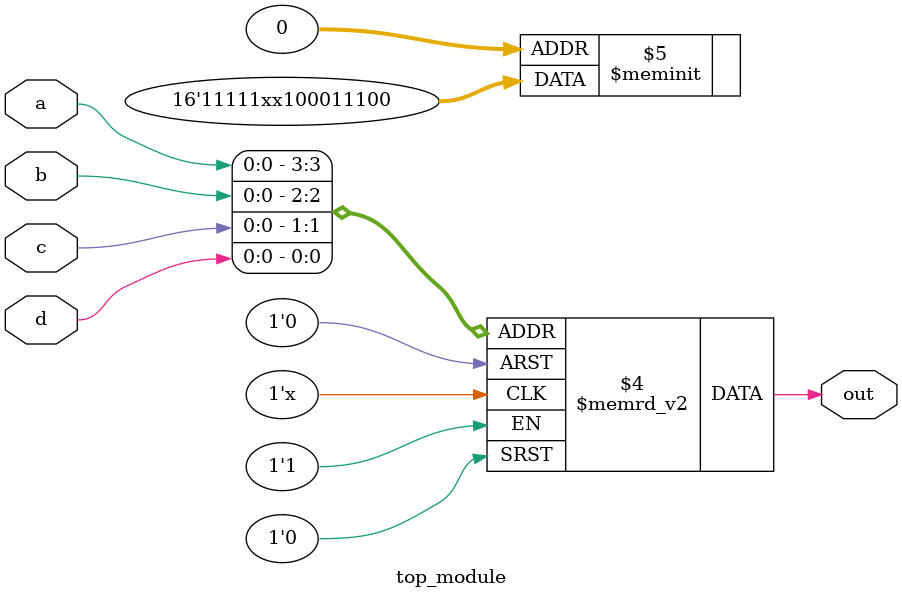
<source format=sv>
module top_module (
    input a,
    input b,
    input c,
    input d,
    output reg out
);
   
   always @(a or b or c or d) begin
      case ({a, b, c, d})
         4'b0000, 4'b0001, 4'b0101, 4'b0110, 4'b0111:
            out <= 1'b0;
         4'b0011, 4'b0010, 4'b1000, 4'b1011:
            out <= 1'b1;
         4'b1001, 4'b1001, 4'b1010:
            out <= 1'bx;
         default:
            out <= 1'b1;
      endcase
   end

endmodule

</source>
